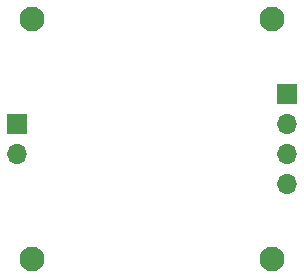
<source format=gbs>
%TF.GenerationSoftware,KiCad,Pcbnew,(5.1.10)-1*%
%TF.CreationDate,2021-05-28T12:23:57-05:00*%
%TF.ProjectId,ldo-power-board,6c646f2d-706f-4776-9572-2d626f617264,v01*%
%TF.SameCoordinates,Original*%
%TF.FileFunction,Soldermask,Bot*%
%TF.FilePolarity,Negative*%
%FSLAX46Y46*%
G04 Gerber Fmt 4.6, Leading zero omitted, Abs format (unit mm)*
G04 Created by KiCad (PCBNEW (5.1.10)-1) date 2021-05-28 12:23:57*
%MOMM*%
%LPD*%
G01*
G04 APERTURE LIST*
%ADD10C,2.100000*%
%ADD11O,1.700000X1.700000*%
%ADD12R,1.700000X1.700000*%
G04 APERTURE END LIST*
D10*
%TO.C,H4*%
X152400000Y-91440000D03*
%TD*%
%TO.C,H3*%
X152400000Y-111760000D03*
%TD*%
D11*
%TO.C,J2*%
X153670000Y-105410000D03*
X153670000Y-102870000D03*
X153670000Y-100330000D03*
D12*
X153670000Y-97790000D03*
%TD*%
D11*
%TO.C,J1*%
X130810000Y-102870000D03*
D12*
X130810000Y-100330000D03*
%TD*%
D10*
%TO.C,H2*%
X132080000Y-111760000D03*
%TD*%
%TO.C,H1*%
X132080000Y-91440000D03*
%TD*%
M02*

</source>
